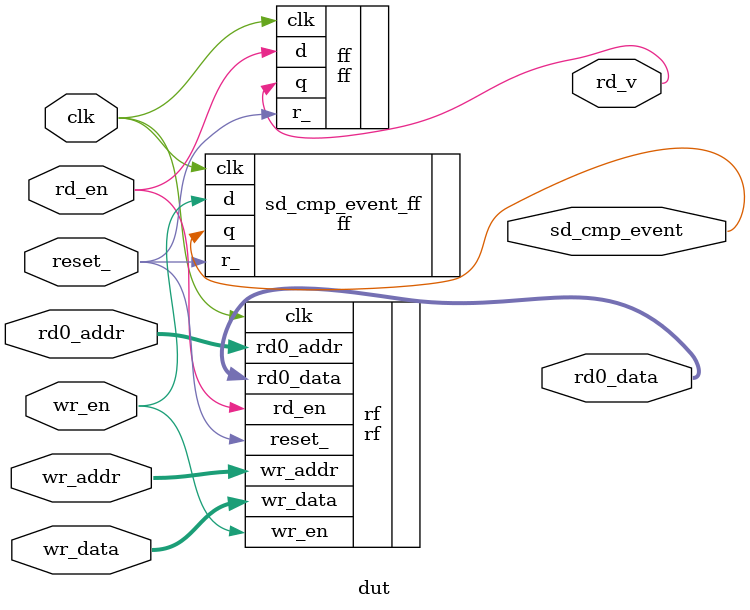
<source format=v>
`timescale 1 ps / 1 ps


// define dut module
module dut(clk,
           reset_,
           wr_data,
           wr_addr,
           wr_en,
           rd0_data,
           rd0_addr,
           rd_en,
           rd_v,
           sd_cmp_event
           );
            
parameter WR_RD_DATA_WIDTH   = 1'd0 ;
parameter WR_RD_ADDR_WIDTH   = 1'd0 ;
parameter SD_MEM_ADDR_WIDTH  = 1'd0 ;

input                             clk      ;
input                             reset_   ;
input [WR_RD_DATA_WIDTH - 1 : 0 ] wr_data  ;
input [WR_RD_ADDR_WIDTH - 1 : 0 ] wr_addr  ;
input                             wr_en    ;
input [WR_RD_ADDR_WIDTH - 1 : 0 ] rd0_addr ;
input                             rd_en    ;

output[WR_RD_DATA_WIDTH - 1 : 0 ] rd0_data ;
output                            rd_v     ;
output                            sd_cmp_event ;

wire  [WR_RD_DATA_WIDTH - 1 : 0 ] rd0_data ; 

// State Data Compare Event(sd_cmp_event) is 1 when wr_en is 1
wire sd_cmp_event;

ff #(.W( 1 ) )
     sd_cmp_event_ff(.clk ( clk          ),
                     .r_  ( reset_       ),
                     .d   ( wr_en        ), 
                     .q   ( sd_cmp_event )
                     );
    
    
//always @(posedge clk or negedge reset_) begin
//    if (~reset_) begin
//        sd_cmp_event <= 1'b0;
//    end else begin
//        sd_cmp_event <= wr_en;
//    end
//end

//module instanciations
rf #(.MEM_WORD_WIDTH  ( WR_RD_DATA_WIDTH  ),
     .MEM_ADDR_WIDTH  ( WR_RD_ADDR_WIDTH  )
    )
   rf(.clk     ( clk      ),
      .reset_  ( reset_   ),
      .wr_data ( wr_data  ),
      .wr_addr ( wr_addr  ),
      .wr_en   ( wr_en    ),
      .rd0_data( rd0_data ),
      .rd0_addr( rd0_addr ),
      .rd_en   ( rd_en    )
      );
      
ff #(.W(1))  // add reset signal
   ff(.clk ( clk    ),
      .r_  ( reset_ ),
      .d   ( rd_en  ),
      .q   ( rd_v   )
      );

endmodule
</source>
